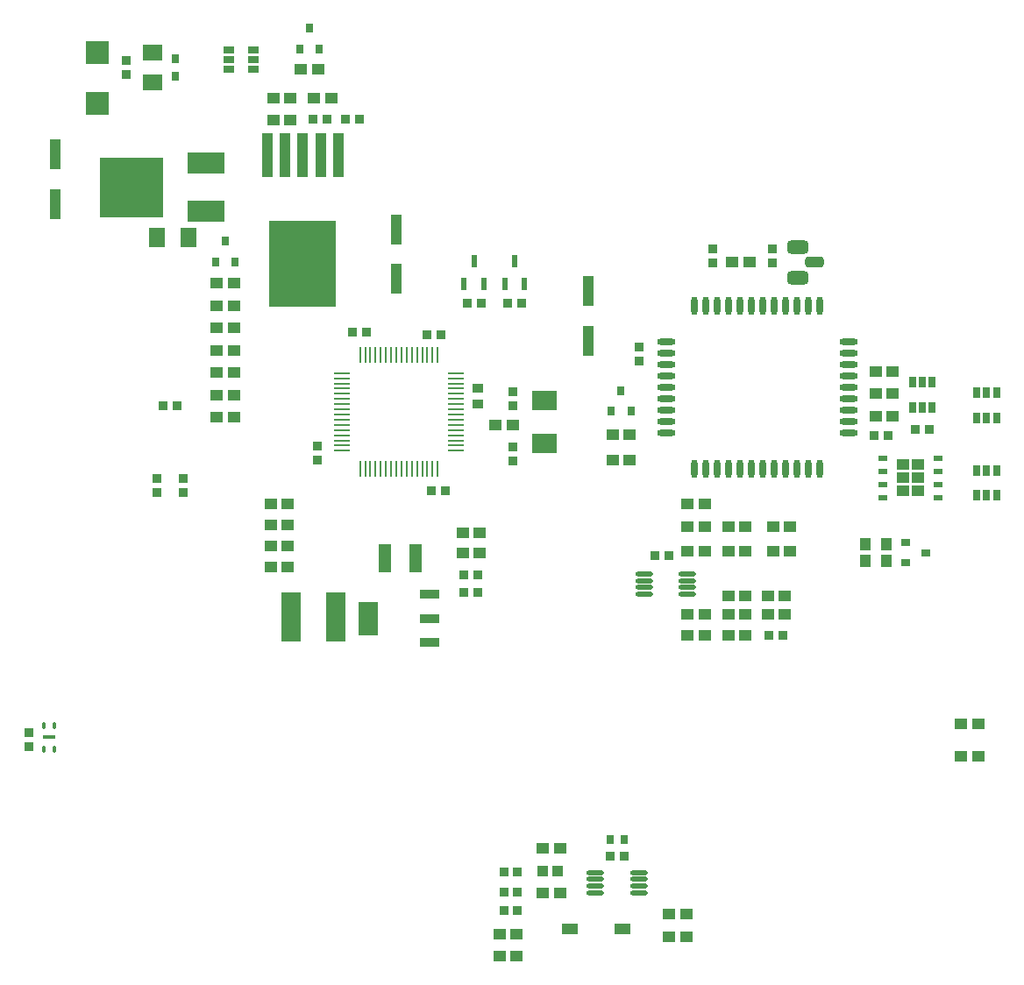
<source format=gtp>
G04 Layer_Color=7318015*
%FSLAX25Y25*%
%MOIN*%
G70*
G01*
G75*
%ADD12O,0.07087X0.02362*%
%ADD13O,0.02362X0.07087*%
%ADD14R,0.24410X0.22835*%
%ADD15R,0.14173X0.07874*%
%ADD16R,0.03740X0.03347*%
%ADD17R,0.04134X0.03740*%
%ADD18R,0.03347X0.03740*%
%ADD19R,0.04134X0.03937*%
%ADD20R,0.08898X0.08504*%
%ADD21R,0.02559X0.04331*%
%ADD22R,0.05906X0.03937*%
%ADD23R,0.04331X0.02559*%
%ADD24R,0.07480X0.18898*%
%ADD25R,0.07480X0.03543*%
%ADD26R,0.07480X0.12598*%
%ADD27R,0.03150X0.03543*%
%ADD28R,0.03543X0.03150*%
%ADD29R,0.07480X0.06102*%
%ADD30R,0.04528X0.04134*%
%ADD31R,0.04724X0.10630*%
%ADD32R,0.02756X0.03543*%
G04:AMPARAMS|DCode=33|XSize=39.37mil|YSize=70.87mil|CornerRadius=9.84mil|HoleSize=0mil|Usage=FLASHONLY|Rotation=90.000|XOffset=0mil|YOffset=0mil|HoleType=Round|Shape=RoundedRectangle|*
%AMROUNDEDRECTD33*
21,1,0.03937,0.05118,0,0,90.0*
21,1,0.01969,0.07087,0,0,90.0*
1,1,0.01969,0.02559,0.00984*
1,1,0.01969,0.02559,-0.00984*
1,1,0.01969,-0.02559,-0.00984*
1,1,0.01969,-0.02559,0.00984*
%
%ADD33ROUNDEDRECTD33*%
G04:AMPARAMS|DCode=34|XSize=51.18mil|YSize=78.74mil|CornerRadius=12.8mil|HoleSize=0mil|Usage=FLASHONLY|Rotation=90.000|XOffset=0mil|YOffset=0mil|HoleType=Round|Shape=RoundedRectangle|*
%AMROUNDEDRECTD34*
21,1,0.05118,0.05315,0,0,90.0*
21,1,0.02559,0.07874,0,0,90.0*
1,1,0.02559,0.02658,0.01280*
1,1,0.02559,0.02658,-0.01280*
1,1,0.02559,-0.02658,-0.01280*
1,1,0.02559,-0.02658,0.01280*
%
%ADD34ROUNDEDRECTD34*%
%ADD35R,0.05906X0.07480*%
%ADD36R,0.03780X0.01969*%
%ADD38O,0.06693X0.01772*%
%ADD39R,0.09449X0.07480*%
%ADD40R,0.02756X0.03740*%
%ADD41R,0.04134X0.04528*%
%ADD42R,0.02362X0.04724*%
%ADD43R,0.04000X0.11700*%
%ADD44R,0.25197X0.32677*%
%ADD45R,0.03937X0.16535*%
%ADD46O,0.06102X0.00984*%
%ADD47O,0.00984X0.06102*%
%ADD49O,0.01378X0.03150*%
%ADD50R,0.03347X0.03543*%
%ADD97R,0.04685X0.04331*%
%ADD98R,0.05118X0.01575*%
D12*
X1959673Y997413D02*
D03*
Y1001744D02*
D03*
Y1006075D02*
D03*
Y1010406D02*
D03*
Y1014736D02*
D03*
Y1019067D02*
D03*
Y1023398D02*
D03*
Y1027728D02*
D03*
X2028965D02*
D03*
Y1023398D02*
D03*
Y1019067D02*
D03*
Y1014736D02*
D03*
Y1010406D02*
D03*
Y1006075D02*
D03*
Y1001744D02*
D03*
Y997413D02*
D03*
Y993083D02*
D03*
X1959673D02*
D03*
D13*
X1970500Y1041311D02*
D03*
X1974831D02*
D03*
X1979161D02*
D03*
X1983492D02*
D03*
X1987823D02*
D03*
X1992154D02*
D03*
X1996484D02*
D03*
X2000815D02*
D03*
X2005146D02*
D03*
X2009476D02*
D03*
X2013807D02*
D03*
X2018138D02*
D03*
Y979500D02*
D03*
X2013807D02*
D03*
X2009476D02*
D03*
X2005146D02*
D03*
X2000815D02*
D03*
X1996484D02*
D03*
X1992154D02*
D03*
X1987823D02*
D03*
X1983492D02*
D03*
X1979161D02*
D03*
X1974831D02*
D03*
X1970500D02*
D03*
D14*
X1756476Y1086500D02*
D03*
D15*
X1784823Y1095516D02*
D03*
Y1077484D02*
D03*
D16*
X1827000Y982843D02*
D03*
Y988157D02*
D03*
X1901500Y987658D02*
D03*
Y982343D02*
D03*
Y1003343D02*
D03*
Y1008657D02*
D03*
X1766000Y975657D02*
D03*
Y970343D02*
D03*
X1754500Y1134657D02*
D03*
Y1129342D02*
D03*
X1949500Y1020343D02*
D03*
Y1025657D02*
D03*
X1977500Y1063157D02*
D03*
Y1057843D02*
D03*
X2000000Y1063157D02*
D03*
Y1057843D02*
D03*
X1776000Y975657D02*
D03*
Y970343D02*
D03*
X1717500Y873843D02*
D03*
Y879158D02*
D03*
D17*
X1888000Y1009854D02*
D03*
Y1004146D02*
D03*
D18*
X1888157Y932500D02*
D03*
X1882842D02*
D03*
X1955342Y946500D02*
D03*
X1960658D02*
D03*
X2004157Y916000D02*
D03*
X1998842D02*
D03*
X1773657Y1003500D02*
D03*
X1768343D02*
D03*
X2054342Y994500D02*
D03*
X2059657D02*
D03*
X2044157Y992000D02*
D03*
X2038843D02*
D03*
X1938342Y832000D02*
D03*
X1943657D02*
D03*
X1825343Y1112500D02*
D03*
X1830658D02*
D03*
X1843158D02*
D03*
X1837843D02*
D03*
X1840343Y1031500D02*
D03*
X1845658D02*
D03*
X1868843Y1030500D02*
D03*
X1874158D02*
D03*
X1883874Y1042307D02*
D03*
X1889189D02*
D03*
X1899343Y1042500D02*
D03*
X1904658D02*
D03*
X1888157Y939000D02*
D03*
X1882842D02*
D03*
X1875657Y971000D02*
D03*
X1870342D02*
D03*
D19*
X1918453Y826500D02*
D03*
X1912547D02*
D03*
D20*
X1743500Y1137646D02*
D03*
Y1118354D02*
D03*
D21*
X2053260Y1012224D02*
D03*
X2057000D02*
D03*
X2060740D02*
D03*
Y1002776D02*
D03*
X2057000D02*
D03*
X2053260D02*
D03*
X2077760Y1008224D02*
D03*
X2081500D02*
D03*
X2085240D02*
D03*
Y998776D02*
D03*
X2081500D02*
D03*
X2077760D02*
D03*
Y978724D02*
D03*
X2081500D02*
D03*
X2085240D02*
D03*
Y969276D02*
D03*
X2081500D02*
D03*
X2077760D02*
D03*
D22*
X1923059Y804500D02*
D03*
X1942941D02*
D03*
D23*
X1793276Y1131260D02*
D03*
Y1135000D02*
D03*
Y1138740D02*
D03*
X1802724D02*
D03*
Y1135000D02*
D03*
Y1131260D02*
D03*
D24*
X1833866Y922874D02*
D03*
X1817134D02*
D03*
D25*
X1869614Y913445D02*
D03*
Y922500D02*
D03*
Y931555D02*
D03*
D26*
X1846386Y922500D02*
D03*
D27*
X1824000Y1146937D02*
D03*
X1827740Y1139063D02*
D03*
X1820260D02*
D03*
X1942500Y1009126D02*
D03*
X1946240Y1001252D02*
D03*
X1938760D02*
D03*
X1792000Y1065937D02*
D03*
X1795740Y1058063D02*
D03*
X1788260D02*
D03*
D28*
X2058437Y947500D02*
D03*
X2050563Y943760D02*
D03*
Y951240D02*
D03*
D29*
X1764500Y1126193D02*
D03*
Y1137807D02*
D03*
D30*
X1882252Y955000D02*
D03*
X1888748D02*
D03*
X1894752Y996000D02*
D03*
X1901248D02*
D03*
X1795248Y1024500D02*
D03*
X1788752D02*
D03*
X1795248Y1007500D02*
D03*
X1788752D02*
D03*
X2000252Y957500D02*
D03*
X2006748D02*
D03*
X1815748Y950000D02*
D03*
X1809252D02*
D03*
X1795248Y1016000D02*
D03*
X1788752D02*
D03*
X1795248Y999000D02*
D03*
X1788752D02*
D03*
X1815748Y958000D02*
D03*
X1809252D02*
D03*
X1815748Y966000D02*
D03*
X1809252D02*
D03*
X1967752Y916000D02*
D03*
X1974248D02*
D03*
Y924000D02*
D03*
X1967752D02*
D03*
X1998252Y931126D02*
D03*
X2004748D02*
D03*
X1989748D02*
D03*
X1983252D02*
D03*
X1989748Y948000D02*
D03*
X1983252D02*
D03*
X2000252D02*
D03*
X2006748D02*
D03*
X1902748Y794000D02*
D03*
X1896252D02*
D03*
X1902748Y802500D02*
D03*
X1896252D02*
D03*
X1967248Y810000D02*
D03*
X1960752D02*
D03*
Y801500D02*
D03*
X1967248D02*
D03*
X1825752Y1120500D02*
D03*
X1832248D02*
D03*
X1827248Y1131500D02*
D03*
X1820752D02*
D03*
X1989748Y957500D02*
D03*
X1983252D02*
D03*
X1974248Y966000D02*
D03*
X1967752D02*
D03*
X1974248Y957500D02*
D03*
X1967752D02*
D03*
X1974248Y948000D02*
D03*
X1967752D02*
D03*
X1945748Y982689D02*
D03*
X1939252D02*
D03*
X1945748Y992189D02*
D03*
X1939252D02*
D03*
X1991248Y1058000D02*
D03*
X1984752D02*
D03*
X2039252Y1016500D02*
D03*
X2045748D02*
D03*
X1788752Y1050000D02*
D03*
X1795248D02*
D03*
X1788752Y1041500D02*
D03*
X1795248D02*
D03*
X1788752Y1033000D02*
D03*
X1795248D02*
D03*
X2039252Y999500D02*
D03*
X2045748D02*
D03*
X2039252Y1008000D02*
D03*
X2045748D02*
D03*
X1816748Y1112000D02*
D03*
X1810252D02*
D03*
X1816748Y1120500D02*
D03*
X1810252D02*
D03*
X1809252Y942000D02*
D03*
X1815748D02*
D03*
X1888748Y947500D02*
D03*
X1882252D02*
D03*
X2078248Y882500D02*
D03*
X2071752D02*
D03*
X2078248Y870000D02*
D03*
X2071752D02*
D03*
X1919248Y818000D02*
D03*
X1912752D02*
D03*
X1919248Y835000D02*
D03*
X1912752D02*
D03*
X1983252Y924000D02*
D03*
X1989748D02*
D03*
X2004748Y924167D02*
D03*
X1998252D02*
D03*
X1983252Y916000D02*
D03*
X1989748D02*
D03*
D31*
X1864209Y945500D02*
D03*
X1852791D02*
D03*
D32*
X1938244Y838500D02*
D03*
X1943756D02*
D03*
D33*
X2015909Y1057918D02*
D03*
D34*
X2009806Y1063823D02*
D03*
Y1052012D02*
D03*
D35*
X1777905Y1067500D02*
D03*
X1766095D02*
D03*
D36*
X2041969Y983500D02*
D03*
Y978500D02*
D03*
Y973500D02*
D03*
Y968500D02*
D03*
X2063032Y983500D02*
D03*
Y978500D02*
D03*
Y973500D02*
D03*
Y968500D02*
D03*
D38*
X1967768Y931661D02*
D03*
Y934221D02*
D03*
Y936779D02*
D03*
Y939339D02*
D03*
X1951232Y931661D02*
D03*
Y934221D02*
D03*
Y936779D02*
D03*
Y939339D02*
D03*
X1949268Y818161D02*
D03*
Y820720D02*
D03*
Y823279D02*
D03*
Y825839D02*
D03*
X1932732Y818161D02*
D03*
Y820720D02*
D03*
Y823279D02*
D03*
Y825839D02*
D03*
D39*
X1913500Y989055D02*
D03*
Y1005197D02*
D03*
D40*
X1773146Y1135248D02*
D03*
Y1128752D02*
D03*
D41*
X2035500Y944252D02*
D03*
Y950748D02*
D03*
X2043500D02*
D03*
Y944252D02*
D03*
D42*
X1902032Y1058331D02*
D03*
X1905772Y1049669D02*
D03*
X1898291D02*
D03*
X1886531Y1058331D02*
D03*
X1890272Y1049669D02*
D03*
X1882791D02*
D03*
D43*
X1727500Y1080026D02*
D03*
Y1098974D02*
D03*
X1857000Y1051526D02*
D03*
Y1070474D02*
D03*
X1930000Y1028026D02*
D03*
Y1046974D02*
D03*
D44*
X1821500Y1057268D02*
D03*
D45*
X1808114Y1098803D02*
D03*
X1814807D02*
D03*
X1821500D02*
D03*
X1828193D02*
D03*
X1834886D02*
D03*
D46*
X1879752Y986236D02*
D03*
Y988205D02*
D03*
Y990173D02*
D03*
Y992142D02*
D03*
Y994110D02*
D03*
Y996079D02*
D03*
Y998047D02*
D03*
Y1000016D02*
D03*
Y1001984D02*
D03*
Y1003953D02*
D03*
Y1005921D02*
D03*
Y1007890D02*
D03*
Y1009858D02*
D03*
Y1011827D02*
D03*
Y1013795D02*
D03*
Y1015764D02*
D03*
X1836248D02*
D03*
Y1013795D02*
D03*
Y1011827D02*
D03*
Y1009858D02*
D03*
Y1007890D02*
D03*
Y1005921D02*
D03*
Y1003953D02*
D03*
Y1001984D02*
D03*
Y1000016D02*
D03*
Y998047D02*
D03*
Y996079D02*
D03*
Y994110D02*
D03*
Y992142D02*
D03*
Y990173D02*
D03*
Y988205D02*
D03*
Y986236D02*
D03*
D47*
X1872764Y1022752D02*
D03*
X1870795D02*
D03*
X1868827D02*
D03*
X1866858D02*
D03*
X1864890D02*
D03*
X1862921D02*
D03*
X1860953D02*
D03*
X1858984D02*
D03*
X1857016D02*
D03*
X1855047D02*
D03*
X1853079D02*
D03*
X1851110D02*
D03*
X1849142D02*
D03*
X1847173D02*
D03*
X1845205D02*
D03*
X1843236D02*
D03*
Y979248D02*
D03*
X1845205D02*
D03*
X1847173D02*
D03*
X1849142D02*
D03*
X1851110D02*
D03*
X1853079D02*
D03*
X1855047D02*
D03*
X1857016D02*
D03*
X1858984D02*
D03*
X1860953D02*
D03*
X1862921D02*
D03*
X1864890D02*
D03*
X1866858D02*
D03*
X1868827D02*
D03*
X1870795D02*
D03*
X1872764D02*
D03*
D49*
X1723031Y881831D02*
D03*
X1726969D02*
D03*
Y872776D02*
D03*
X1723031D02*
D03*
D50*
X1903005Y811500D02*
D03*
X1897887D02*
D03*
X1897941Y818500D02*
D03*
X1903059D02*
D03*
X1903005Y826000D02*
D03*
X1897887D02*
D03*
D97*
X2049764Y981119D02*
D03*
X2049764Y976000D02*
D03*
X2049764Y970882D02*
D03*
X2055236Y981119D02*
D03*
X2055237Y976000D02*
D03*
X2055236Y970882D02*
D03*
D98*
X1725000Y877500D02*
D03*
M02*

</source>
